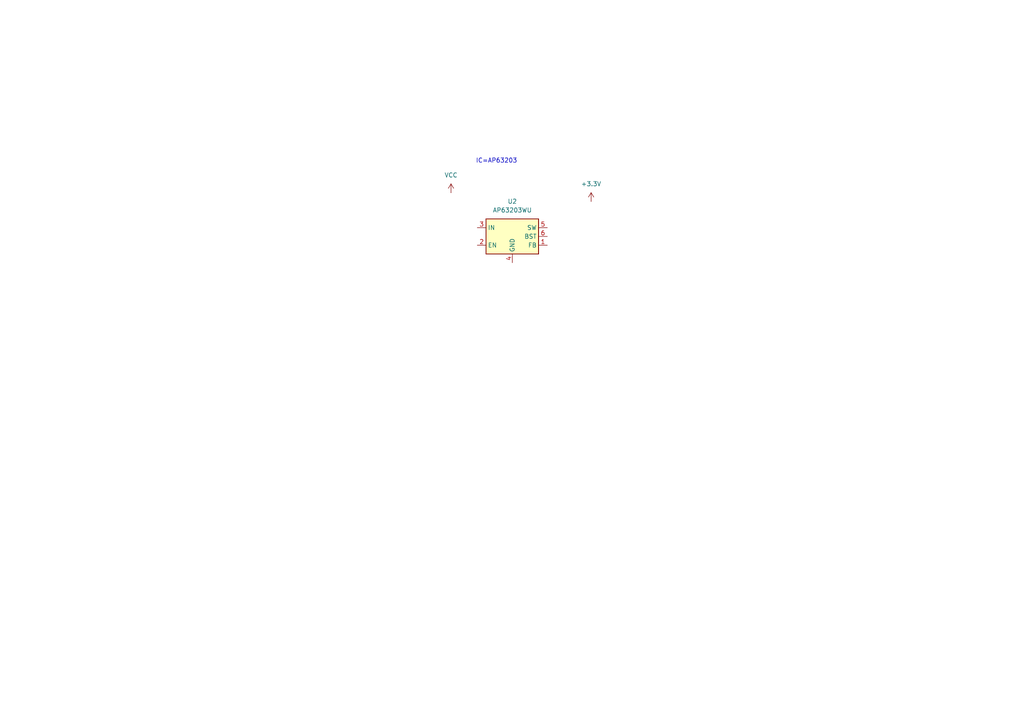
<source format=kicad_sch>
(kicad_sch
	(version 20250114)
	(generator "eeschema")
	(generator_version "9.0")
	(uuid "17814953-454c-449d-bf86-d90466fd0306")
	(paper "A4")
	(lib_symbols
		(symbol "Regulator_Switching:AP63203WU"
			(exclude_from_sim no)
			(in_bom yes)
			(on_board yes)
			(property "Reference" "U"
				(at -7.62 6.35 0)
				(effects
					(font
						(size 1.27 1.27)
					)
				)
			)
			(property "Value" "AP63203WU"
				(at 2.54 6.35 0)
				(effects
					(font
						(size 1.27 1.27)
					)
				)
			)
			(property "Footprint" "Package_TO_SOT_SMD:TSOT-23-6"
				(at 0 -22.86 0)
				(effects
					(font
						(size 1.27 1.27)
					)
					(hide yes)
				)
			)
			(property "Datasheet" "https://www.diodes.com/assets/Datasheets/AP63200-AP63201-AP63203-AP63205.pdf"
				(at 0 0 0)
				(effects
					(font
						(size 1.27 1.27)
					)
					(hide yes)
				)
			)
			(property "Description" "2A, 1.1MHz Buck DC/DC Converter, fixed 3.3V output voltage, TSOT-23-6"
				(at 0 0 0)
				(effects
					(font
						(size 1.27 1.27)
					)
					(hide yes)
				)
			)
			(property "ki_keywords" "2A Buck DC/DC"
				(at 0 0 0)
				(effects
					(font
						(size 1.27 1.27)
					)
					(hide yes)
				)
			)
			(property "ki_fp_filters" "TSOT?23*"
				(at 0 0 0)
				(effects
					(font
						(size 1.27 1.27)
					)
					(hide yes)
				)
			)
			(symbol "AP63203WU_0_1"
				(rectangle
					(start -7.62 5.08)
					(end 7.62 -5.08)
					(stroke
						(width 0.254)
						(type default)
					)
					(fill
						(type background)
					)
				)
			)
			(symbol "AP63203WU_1_1"
				(pin power_in line
					(at -10.16 2.54 0)
					(length 2.54)
					(name "IN"
						(effects
							(font
								(size 1.27 1.27)
							)
						)
					)
					(number "3"
						(effects
							(font
								(size 1.27 1.27)
							)
						)
					)
				)
				(pin input line
					(at -10.16 -2.54 0)
					(length 2.54)
					(name "EN"
						(effects
							(font
								(size 1.27 1.27)
							)
						)
					)
					(number "2"
						(effects
							(font
								(size 1.27 1.27)
							)
						)
					)
				)
				(pin power_in line
					(at 0 -7.62 90)
					(length 2.54)
					(name "GND"
						(effects
							(font
								(size 1.27 1.27)
							)
						)
					)
					(number "4"
						(effects
							(font
								(size 1.27 1.27)
							)
						)
					)
				)
				(pin output line
					(at 10.16 2.54 180)
					(length 2.54)
					(name "SW"
						(effects
							(font
								(size 1.27 1.27)
							)
						)
					)
					(number "5"
						(effects
							(font
								(size 1.27 1.27)
							)
						)
					)
				)
				(pin passive line
					(at 10.16 0 180)
					(length 2.54)
					(name "BST"
						(effects
							(font
								(size 1.27 1.27)
							)
						)
					)
					(number "6"
						(effects
							(font
								(size 1.27 1.27)
							)
						)
					)
				)
				(pin input line
					(at 10.16 -2.54 180)
					(length 2.54)
					(name "FB"
						(effects
							(font
								(size 1.27 1.27)
							)
						)
					)
					(number "1"
						(effects
							(font
								(size 1.27 1.27)
							)
						)
					)
				)
			)
			(embedded_fonts no)
		)
		(symbol "power:+3.3V"
			(power)
			(pin_numbers
				(hide yes)
			)
			(pin_names
				(offset 0)
				(hide yes)
			)
			(exclude_from_sim no)
			(in_bom yes)
			(on_board yes)
			(property "Reference" "#PWR"
				(at 0 -3.81 0)
				(effects
					(font
						(size 1.27 1.27)
					)
					(hide yes)
				)
			)
			(property "Value" "+3.3V"
				(at 0 3.556 0)
				(effects
					(font
						(size 1.27 1.27)
					)
				)
			)
			(property "Footprint" ""
				(at 0 0 0)
				(effects
					(font
						(size 1.27 1.27)
					)
					(hide yes)
				)
			)
			(property "Datasheet" ""
				(at 0 0 0)
				(effects
					(font
						(size 1.27 1.27)
					)
					(hide yes)
				)
			)
			(property "Description" "Power symbol creates a global label with name \"+3.3V\""
				(at 0 0 0)
				(effects
					(font
						(size 1.27 1.27)
					)
					(hide yes)
				)
			)
			(property "ki_keywords" "global power"
				(at 0 0 0)
				(effects
					(font
						(size 1.27 1.27)
					)
					(hide yes)
				)
			)
			(symbol "+3.3V_0_1"
				(polyline
					(pts
						(xy -0.762 1.27) (xy 0 2.54)
					)
					(stroke
						(width 0)
						(type default)
					)
					(fill
						(type none)
					)
				)
				(polyline
					(pts
						(xy 0 2.54) (xy 0.762 1.27)
					)
					(stroke
						(width 0)
						(type default)
					)
					(fill
						(type none)
					)
				)
				(polyline
					(pts
						(xy 0 0) (xy 0 2.54)
					)
					(stroke
						(width 0)
						(type default)
					)
					(fill
						(type none)
					)
				)
			)
			(symbol "+3.3V_1_1"
				(pin power_in line
					(at 0 0 90)
					(length 0)
					(name "~"
						(effects
							(font
								(size 1.27 1.27)
							)
						)
					)
					(number "1"
						(effects
							(font
								(size 1.27 1.27)
							)
						)
					)
				)
			)
			(embedded_fonts no)
		)
		(symbol "power:VCC"
			(power)
			(pin_numbers
				(hide yes)
			)
			(pin_names
				(offset 0)
				(hide yes)
			)
			(exclude_from_sim no)
			(in_bom yes)
			(on_board yes)
			(property "Reference" "#PWR"
				(at 0 -3.81 0)
				(effects
					(font
						(size 1.27 1.27)
					)
					(hide yes)
				)
			)
			(property "Value" "VCC"
				(at 0 3.556 0)
				(effects
					(font
						(size 1.27 1.27)
					)
				)
			)
			(property "Footprint" ""
				(at 0 0 0)
				(effects
					(font
						(size 1.27 1.27)
					)
					(hide yes)
				)
			)
			(property "Datasheet" ""
				(at 0 0 0)
				(effects
					(font
						(size 1.27 1.27)
					)
					(hide yes)
				)
			)
			(property "Description" "Power symbol creates a global label with name \"VCC\""
				(at 0 0 0)
				(effects
					(font
						(size 1.27 1.27)
					)
					(hide yes)
				)
			)
			(property "ki_keywords" "global power"
				(at 0 0 0)
				(effects
					(font
						(size 1.27 1.27)
					)
					(hide yes)
				)
			)
			(symbol "VCC_0_1"
				(polyline
					(pts
						(xy -0.762 1.27) (xy 0 2.54)
					)
					(stroke
						(width 0)
						(type default)
					)
					(fill
						(type none)
					)
				)
				(polyline
					(pts
						(xy 0 2.54) (xy 0.762 1.27)
					)
					(stroke
						(width 0)
						(type default)
					)
					(fill
						(type none)
					)
				)
				(polyline
					(pts
						(xy 0 0) (xy 0 2.54)
					)
					(stroke
						(width 0)
						(type default)
					)
					(fill
						(type none)
					)
				)
			)
			(symbol "VCC_1_1"
				(pin power_in line
					(at 0 0 90)
					(length 0)
					(name "~"
						(effects
							(font
								(size 1.27 1.27)
							)
						)
					)
					(number "1"
						(effects
							(font
								(size 1.27 1.27)
							)
						)
					)
				)
			)
			(embedded_fonts no)
		)
	)
	(text "IC=AP63203\n"
		(exclude_from_sim no)
		(at 144.018 46.736 0)
		(effects
			(font
				(size 1.27 1.27)
			)
		)
		(uuid "d2690229-d7fe-489d-8385-e5d403f5e444")
	)
	(symbol
		(lib_id "Regulator_Switching:AP63203WU")
		(at 148.59 68.58 0)
		(unit 1)
		(exclude_from_sim no)
		(in_bom yes)
		(on_board yes)
		(dnp no)
		(fields_autoplaced yes)
		(uuid "76638d5b-4c8e-4c8e-950f-e72d87fdc58b")
		(property "Reference" "U2"
			(at 148.59 58.42 0)
			(effects
				(font
					(size 1.27 1.27)
				)
			)
		)
		(property "Value" "AP63203WU"
			(at 148.59 60.96 0)
			(effects
				(font
					(size 1.27 1.27)
				)
			)
		)
		(property "Footprint" "Package_TO_SOT_SMD:TSOT-23-6"
			(at 148.59 91.44 0)
			(effects
				(font
					(size 1.27 1.27)
				)
				(hide yes)
			)
		)
		(property "Datasheet" "https://www.diodes.com/assets/Datasheets/AP63200-AP63201-AP63203-AP63205.pdf"
			(at 148.59 68.58 0)
			(effects
				(font
					(size 1.27 1.27)
				)
				(hide yes)
			)
		)
		(property "Description" "2A, 1.1MHz Buck DC/DC Converter, fixed 3.3V output voltage, TSOT-23-6"
			(at 148.59 68.58 0)
			(effects
				(font
					(size 1.27 1.27)
				)
				(hide yes)
			)
		)
		(pin "3"
			(uuid "ba68d8ff-7870-4a1e-a814-1e13b852f54e")
		)
		(pin "2"
			(uuid "ecfe762a-79a3-4451-bc69-1779e52dcdfc")
		)
		(pin "4"
			(uuid "f170cbf3-23f3-4a9e-94ee-8d1f2b6ab23d")
		)
		(pin "5"
			(uuid "b988ab60-60bf-4827-91c9-6b2760bc8bc6")
		)
		(pin "6"
			(uuid "1a0c5fc7-bb5c-4a0d-9bd5-5e60686feb57")
		)
		(pin "1"
			(uuid "c978d4bf-d5b6-465c-9bc5-53ad318b08f4")
		)
		(instances
			(project ""
				(path "/7b1c392c-2914-4bb0-920d-64302523a5b6/1604c367-763d-4903-890d-a854ecd7689a/a186869b-ca14-49b7-a48c-fb95d8a02862"
					(reference "U2")
					(unit 1)
				)
			)
		)
	)
	(symbol
		(lib_id "power:VCC")
		(at 130.81 55.88 0)
		(unit 1)
		(exclude_from_sim no)
		(in_bom yes)
		(on_board yes)
		(dnp no)
		(fields_autoplaced yes)
		(uuid "9dfb15d5-e2db-4d09-9d91-ae07948ba750")
		(property "Reference" "#PWR012"
			(at 130.81 59.69 0)
			(effects
				(font
					(size 1.27 1.27)
				)
				(hide yes)
			)
		)
		(property "Value" "VCC"
			(at 130.81 50.8 0)
			(effects
				(font
					(size 1.27 1.27)
				)
			)
		)
		(property "Footprint" ""
			(at 130.81 55.88 0)
			(effects
				(font
					(size 1.27 1.27)
				)
				(hide yes)
			)
		)
		(property "Datasheet" ""
			(at 130.81 55.88 0)
			(effects
				(font
					(size 1.27 1.27)
				)
				(hide yes)
			)
		)
		(property "Description" "Power symbol creates a global label with name \"VCC\""
			(at 130.81 55.88 0)
			(effects
				(font
					(size 1.27 1.27)
				)
				(hide yes)
			)
		)
		(pin "1"
			(uuid "c0440eee-765e-4022-9109-1e8bfc3fd5b7")
		)
		(instances
			(project ""
				(path "/7b1c392c-2914-4bb0-920d-64302523a5b6/1604c367-763d-4903-890d-a854ecd7689a/a186869b-ca14-49b7-a48c-fb95d8a02862"
					(reference "#PWR012")
					(unit 1)
				)
			)
		)
	)
	(symbol
		(lib_id "power:+3.3V")
		(at 171.45 58.42 0)
		(unit 1)
		(exclude_from_sim no)
		(in_bom yes)
		(on_board yes)
		(dnp no)
		(fields_autoplaced yes)
		(uuid "ffa45325-5daa-4a1c-bf3a-ef6723752148")
		(property "Reference" "#PWR01"
			(at 171.45 62.23 0)
			(effects
				(font
					(size 1.27 1.27)
				)
				(hide yes)
			)
		)
		(property "Value" "+3.3V"
			(at 171.45 53.34 0)
			(effects
				(font
					(size 1.27 1.27)
				)
			)
		)
		(property "Footprint" ""
			(at 171.45 58.42 0)
			(effects
				(font
					(size 1.27 1.27)
				)
				(hide yes)
			)
		)
		(property "Datasheet" ""
			(at 171.45 58.42 0)
			(effects
				(font
					(size 1.27 1.27)
				)
				(hide yes)
			)
		)
		(property "Description" "Power symbol creates a global label with name \"+3.3V\""
			(at 171.45 58.42 0)
			(effects
				(font
					(size 1.27 1.27)
				)
				(hide yes)
			)
		)
		(pin "1"
			(uuid "793ae334-b692-4f0c-985f-d3a74c47e713")
		)
		(instances
			(project ""
				(path "/7b1c392c-2914-4bb0-920d-64302523a5b6/1604c367-763d-4903-890d-a854ecd7689a/a186869b-ca14-49b7-a48c-fb95d8a02862"
					(reference "#PWR01")
					(unit 1)
				)
			)
		)
	)
)

</source>
